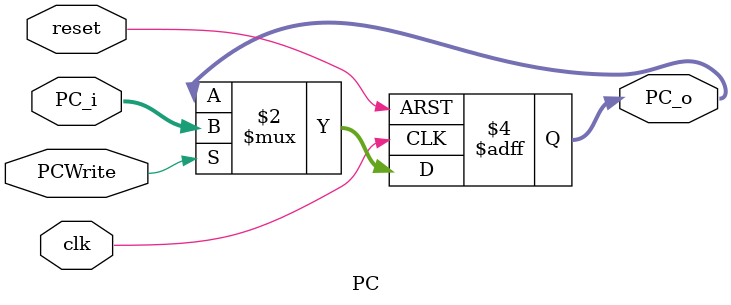
<source format=v>
`timescale 1ns / 1ps

module PC(reset, clk, PCWrite, PC_i, PC_o);
    input reset;
    input clk;
    input PCWrite;
    input [31:0] PC_i;
    output reg [31:0] PC_o;

    always @(posedge reset or posedge clk)
    begin
        if (reset) begin
            PC_o <= 32'h00400000;
        end
        else if(PCWrite) begin
            PC_o <= PC_i;
        end 
    end

endmodule
</source>
